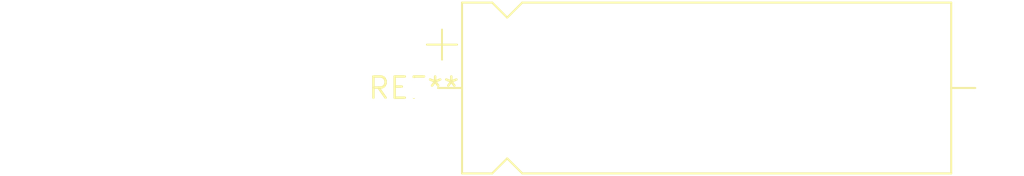
<source format=kicad_pcb>
(kicad_pcb (version 20240108) (generator pcbnew)
  (layers (0 "F.Cu" signal) (31 "B.Cu" signal) (34 "B.Paste" user) (35 "F.Paste" user) (36 "B.SilkS" user "B.Silkscreen") (37 "F.SilkS" user "F.Silkscreen") (38 "B.Mask" user) (39 "F.Mask" user) (44 "Edge.Cuts" user))
  (net 0 "")
  (footprint "CP_Axial_L29.0mm_D10.0mm_P35.00mm_Horizontal" (layer "F.Cu") (at 0 0)
    (property "Reference" "REF**")
    (property "Value" "CP_Axial_L29.0mm_D10.0mm_P35.00mm_Horizontal")
    (fp_line (start 0.78 -2.6) (end 2.58 -2.6) (layer "F.SilkS") (stroke (width 0.12)))
    (fp_line (start 1.44 0) (end 2.88 0) (layer "F.SilkS") (stroke (width 0.12)))
    (fp_line (start 1.68 -3.5) (end 1.68 -1.7) (layer "F.SilkS") (stroke (width 0.12)))
    (fp_line (start 2.88 -5.12) (end 2.88 5.12) (layer "F.SilkS") (stroke (width 0.12)))
    (fp_line (start 2.88 -5.12) (end 4.68 -5.12) (layer "F.SilkS") (stroke (width 0.12)))
    (fp_line (start 2.88 5.12) (end 4.68 5.12) (layer "F.SilkS") (stroke (width 0.12)))
    (fp_line (start 4.68 -5.12) (end 5.58 -4.22) (layer "F.SilkS") (stroke (width 0.12)))
    (fp_line (start 4.68 5.12) (end 5.58 4.22) (layer "F.SilkS") (stroke (width 0.12)))
    (fp_line (start 5.58 -4.22) (end 6.48 -5.12) (layer "F.SilkS") (stroke (width 0.12)))
    (fp_line (start 5.58 4.22) (end 6.48 5.12) (layer "F.SilkS") (stroke (width 0.12)))
    (fp_line (start 6.48 -5.12) (end 32.12 -5.12) (layer "F.SilkS") (stroke (width 0.12)))
    (fp_line (start 6.48 5.12) (end 32.12 5.12) (layer "F.SilkS") (stroke (width 0.12)))
    (fp_line (start 32.12 -5.12) (end 32.12 5.12) (layer "F.SilkS") (stroke (width 0.12)))
    (fp_line (start 33.56 0) (end 32.12 0) (layer "F.SilkS") (stroke (width 0.12)))
    (pad "1" thru_hole rect (at 0 0) (size 2.4 2.4) (drill 1.2) (layers *.Cu *.Mask) (remove_unused_layers))
    (pad "2" thru_hole oval (at 35 0) (size 2.4 2.4) (drill 1.2) (layers *.Cu *.Mask) (remove_unused_layers))
  )
)
</source>
